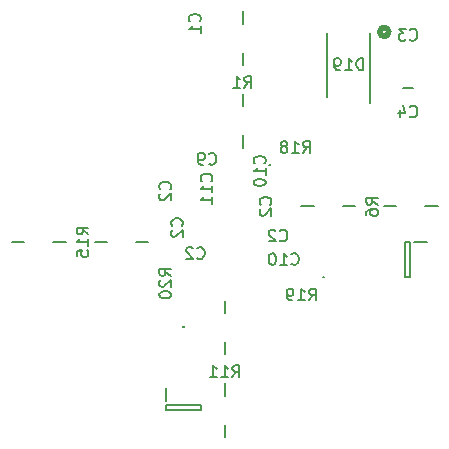
<source format=gbr>
%TF.GenerationSoftware,KiCad,Pcbnew,9.0.6*%
%TF.CreationDate,2025-12-07T19:20:43-08:00*%
%TF.ProjectId,redstone,72656473-746f-46e6-952e-6b696361645f,rev?*%
%TF.SameCoordinates,Original*%
%TF.FileFunction,Legend,Bot*%
%TF.FilePolarity,Positive*%
%FSLAX46Y46*%
G04 Gerber Fmt 4.6, Leading zero omitted, Abs format (unit mm)*
G04 Created by KiCad (PCBNEW 9.0.6) date 2025-12-07 19:20:43*
%MOMM*%
%LPD*%
G01*
G04 APERTURE LIST*
%ADD10C,0.150000*%
%ADD11C,0.508000*%
%ADD12C,0.200000*%
G04 APERTURE END LIST*
D10*
X123454819Y-55857142D02*
X122978628Y-55523809D01*
X123454819Y-55285714D02*
X122454819Y-55285714D01*
X122454819Y-55285714D02*
X122454819Y-55666666D01*
X122454819Y-55666666D02*
X122502438Y-55761904D01*
X122502438Y-55761904D02*
X122550057Y-55809523D01*
X122550057Y-55809523D02*
X122645295Y-55857142D01*
X122645295Y-55857142D02*
X122788152Y-55857142D01*
X122788152Y-55857142D02*
X122883390Y-55809523D01*
X122883390Y-55809523D02*
X122931009Y-55761904D01*
X122931009Y-55761904D02*
X122978628Y-55666666D01*
X122978628Y-55666666D02*
X122978628Y-55285714D01*
X123454819Y-56809523D02*
X123454819Y-56238095D01*
X123454819Y-56523809D02*
X122454819Y-56523809D01*
X122454819Y-56523809D02*
X122597676Y-56428571D01*
X122597676Y-56428571D02*
X122692914Y-56333333D01*
X122692914Y-56333333D02*
X122740533Y-56238095D01*
X122454819Y-57714285D02*
X122454819Y-57238095D01*
X122454819Y-57238095D02*
X122931009Y-57190476D01*
X122931009Y-57190476D02*
X122883390Y-57238095D01*
X122883390Y-57238095D02*
X122835771Y-57333333D01*
X122835771Y-57333333D02*
X122835771Y-57571428D01*
X122835771Y-57571428D02*
X122883390Y-57666666D01*
X122883390Y-57666666D02*
X122931009Y-57714285D01*
X122931009Y-57714285D02*
X123026247Y-57761904D01*
X123026247Y-57761904D02*
X123264342Y-57761904D01*
X123264342Y-57761904D02*
X123359580Y-57714285D01*
X123359580Y-57714285D02*
X123407200Y-57666666D01*
X123407200Y-57666666D02*
X123454819Y-57571428D01*
X123454819Y-57571428D02*
X123454819Y-57333333D01*
X123454819Y-57333333D02*
X123407200Y-57238095D01*
X123407200Y-57238095D02*
X123359580Y-57190476D01*
X135642857Y-67954819D02*
X135976190Y-67478628D01*
X136214285Y-67954819D02*
X136214285Y-66954819D01*
X136214285Y-66954819D02*
X135833333Y-66954819D01*
X135833333Y-66954819D02*
X135738095Y-67002438D01*
X135738095Y-67002438D02*
X135690476Y-67050057D01*
X135690476Y-67050057D02*
X135642857Y-67145295D01*
X135642857Y-67145295D02*
X135642857Y-67288152D01*
X135642857Y-67288152D02*
X135690476Y-67383390D01*
X135690476Y-67383390D02*
X135738095Y-67431009D01*
X135738095Y-67431009D02*
X135833333Y-67478628D01*
X135833333Y-67478628D02*
X136214285Y-67478628D01*
X134690476Y-67954819D02*
X135261904Y-67954819D01*
X134976190Y-67954819D02*
X134976190Y-66954819D01*
X134976190Y-66954819D02*
X135071428Y-67097676D01*
X135071428Y-67097676D02*
X135166666Y-67192914D01*
X135166666Y-67192914D02*
X135261904Y-67240533D01*
X133738095Y-67954819D02*
X134309523Y-67954819D01*
X134023809Y-67954819D02*
X134023809Y-66954819D01*
X134023809Y-66954819D02*
X134119047Y-67097676D01*
X134119047Y-67097676D02*
X134214285Y-67192914D01*
X134214285Y-67192914D02*
X134309523Y-67240533D01*
X130359580Y-52033333D02*
X130407200Y-51985714D01*
X130407200Y-51985714D02*
X130454819Y-51842857D01*
X130454819Y-51842857D02*
X130454819Y-51747619D01*
X130454819Y-51747619D02*
X130407200Y-51604762D01*
X130407200Y-51604762D02*
X130311961Y-51509524D01*
X130311961Y-51509524D02*
X130216723Y-51461905D01*
X130216723Y-51461905D02*
X130026247Y-51414286D01*
X130026247Y-51414286D02*
X129883390Y-51414286D01*
X129883390Y-51414286D02*
X129692914Y-51461905D01*
X129692914Y-51461905D02*
X129597676Y-51509524D01*
X129597676Y-51509524D02*
X129502438Y-51604762D01*
X129502438Y-51604762D02*
X129454819Y-51747619D01*
X129454819Y-51747619D02*
X129454819Y-51842857D01*
X129454819Y-51842857D02*
X129502438Y-51985714D01*
X129502438Y-51985714D02*
X129550057Y-52033333D01*
X129550057Y-52414286D02*
X129502438Y-52461905D01*
X129502438Y-52461905D02*
X129454819Y-52557143D01*
X129454819Y-52557143D02*
X129454819Y-52795238D01*
X129454819Y-52795238D02*
X129502438Y-52890476D01*
X129502438Y-52890476D02*
X129550057Y-52938095D01*
X129550057Y-52938095D02*
X129645295Y-52985714D01*
X129645295Y-52985714D02*
X129740533Y-52985714D01*
X129740533Y-52985714D02*
X129883390Y-52938095D01*
X129883390Y-52938095D02*
X130454819Y-52366667D01*
X130454819Y-52366667D02*
X130454819Y-52985714D01*
X138859580Y-53333333D02*
X138907200Y-53285714D01*
X138907200Y-53285714D02*
X138954819Y-53142857D01*
X138954819Y-53142857D02*
X138954819Y-53047619D01*
X138954819Y-53047619D02*
X138907200Y-52904762D01*
X138907200Y-52904762D02*
X138811961Y-52809524D01*
X138811961Y-52809524D02*
X138716723Y-52761905D01*
X138716723Y-52761905D02*
X138526247Y-52714286D01*
X138526247Y-52714286D02*
X138383390Y-52714286D01*
X138383390Y-52714286D02*
X138192914Y-52761905D01*
X138192914Y-52761905D02*
X138097676Y-52809524D01*
X138097676Y-52809524D02*
X138002438Y-52904762D01*
X138002438Y-52904762D02*
X137954819Y-53047619D01*
X137954819Y-53047619D02*
X137954819Y-53142857D01*
X137954819Y-53142857D02*
X138002438Y-53285714D01*
X138002438Y-53285714D02*
X138050057Y-53333333D01*
X138050057Y-53714286D02*
X138002438Y-53761905D01*
X138002438Y-53761905D02*
X137954819Y-53857143D01*
X137954819Y-53857143D02*
X137954819Y-54095238D01*
X137954819Y-54095238D02*
X138002438Y-54190476D01*
X138002438Y-54190476D02*
X138050057Y-54238095D01*
X138050057Y-54238095D02*
X138145295Y-54285714D01*
X138145295Y-54285714D02*
X138240533Y-54285714D01*
X138240533Y-54285714D02*
X138383390Y-54238095D01*
X138383390Y-54238095D02*
X138954819Y-53666667D01*
X138954819Y-53666667D02*
X138954819Y-54285714D01*
X132859580Y-37833333D02*
X132907200Y-37785714D01*
X132907200Y-37785714D02*
X132954819Y-37642857D01*
X132954819Y-37642857D02*
X132954819Y-37547619D01*
X132954819Y-37547619D02*
X132907200Y-37404762D01*
X132907200Y-37404762D02*
X132811961Y-37309524D01*
X132811961Y-37309524D02*
X132716723Y-37261905D01*
X132716723Y-37261905D02*
X132526247Y-37214286D01*
X132526247Y-37214286D02*
X132383390Y-37214286D01*
X132383390Y-37214286D02*
X132192914Y-37261905D01*
X132192914Y-37261905D02*
X132097676Y-37309524D01*
X132097676Y-37309524D02*
X132002438Y-37404762D01*
X132002438Y-37404762D02*
X131954819Y-37547619D01*
X131954819Y-37547619D02*
X131954819Y-37642857D01*
X131954819Y-37642857D02*
X132002438Y-37785714D01*
X132002438Y-37785714D02*
X132050057Y-37833333D01*
X132954819Y-38785714D02*
X132954819Y-38214286D01*
X132954819Y-38500000D02*
X131954819Y-38500000D01*
X131954819Y-38500000D02*
X132097676Y-38404762D01*
X132097676Y-38404762D02*
X132192914Y-38309524D01*
X132192914Y-38309524D02*
X132240533Y-38214286D01*
X132666666Y-57859580D02*
X132714285Y-57907200D01*
X132714285Y-57907200D02*
X132857142Y-57954819D01*
X132857142Y-57954819D02*
X132952380Y-57954819D01*
X132952380Y-57954819D02*
X133095237Y-57907200D01*
X133095237Y-57907200D02*
X133190475Y-57811961D01*
X133190475Y-57811961D02*
X133238094Y-57716723D01*
X133238094Y-57716723D02*
X133285713Y-57526247D01*
X133285713Y-57526247D02*
X133285713Y-57383390D01*
X133285713Y-57383390D02*
X133238094Y-57192914D01*
X133238094Y-57192914D02*
X133190475Y-57097676D01*
X133190475Y-57097676D02*
X133095237Y-57002438D01*
X133095237Y-57002438D02*
X132952380Y-56954819D01*
X132952380Y-56954819D02*
X132857142Y-56954819D01*
X132857142Y-56954819D02*
X132714285Y-57002438D01*
X132714285Y-57002438D02*
X132666666Y-57050057D01*
X132285713Y-57050057D02*
X132238094Y-57002438D01*
X132238094Y-57002438D02*
X132142856Y-56954819D01*
X132142856Y-56954819D02*
X131904761Y-56954819D01*
X131904761Y-56954819D02*
X131809523Y-57002438D01*
X131809523Y-57002438D02*
X131761904Y-57050057D01*
X131761904Y-57050057D02*
X131714285Y-57145295D01*
X131714285Y-57145295D02*
X131714285Y-57240533D01*
X131714285Y-57240533D02*
X131761904Y-57383390D01*
X131761904Y-57383390D02*
X132333332Y-57954819D01*
X132333332Y-57954819D02*
X131714285Y-57954819D01*
X133666666Y-49859580D02*
X133714285Y-49907200D01*
X133714285Y-49907200D02*
X133857142Y-49954819D01*
X133857142Y-49954819D02*
X133952380Y-49954819D01*
X133952380Y-49954819D02*
X134095237Y-49907200D01*
X134095237Y-49907200D02*
X134190475Y-49811961D01*
X134190475Y-49811961D02*
X134238094Y-49716723D01*
X134238094Y-49716723D02*
X134285713Y-49526247D01*
X134285713Y-49526247D02*
X134285713Y-49383390D01*
X134285713Y-49383390D02*
X134238094Y-49192914D01*
X134238094Y-49192914D02*
X134190475Y-49097676D01*
X134190475Y-49097676D02*
X134095237Y-49002438D01*
X134095237Y-49002438D02*
X133952380Y-48954819D01*
X133952380Y-48954819D02*
X133857142Y-48954819D01*
X133857142Y-48954819D02*
X133714285Y-49002438D01*
X133714285Y-49002438D02*
X133666666Y-49050057D01*
X133190475Y-49954819D02*
X132999999Y-49954819D01*
X132999999Y-49954819D02*
X132904761Y-49907200D01*
X132904761Y-49907200D02*
X132857142Y-49859580D01*
X132857142Y-49859580D02*
X132761904Y-49716723D01*
X132761904Y-49716723D02*
X132714285Y-49526247D01*
X132714285Y-49526247D02*
X132714285Y-49145295D01*
X132714285Y-49145295D02*
X132761904Y-49050057D01*
X132761904Y-49050057D02*
X132809523Y-49002438D01*
X132809523Y-49002438D02*
X132904761Y-48954819D01*
X132904761Y-48954819D02*
X133095237Y-48954819D01*
X133095237Y-48954819D02*
X133190475Y-49002438D01*
X133190475Y-49002438D02*
X133238094Y-49050057D01*
X133238094Y-49050057D02*
X133285713Y-49145295D01*
X133285713Y-49145295D02*
X133285713Y-49383390D01*
X133285713Y-49383390D02*
X133238094Y-49478628D01*
X133238094Y-49478628D02*
X133190475Y-49526247D01*
X133190475Y-49526247D02*
X133095237Y-49573866D01*
X133095237Y-49573866D02*
X132904761Y-49573866D01*
X132904761Y-49573866D02*
X132809523Y-49526247D01*
X132809523Y-49526247D02*
X132761904Y-49478628D01*
X132761904Y-49478628D02*
X132714285Y-49383390D01*
X147954819Y-53333333D02*
X147478628Y-53000000D01*
X147954819Y-52761905D02*
X146954819Y-52761905D01*
X146954819Y-52761905D02*
X146954819Y-53142857D01*
X146954819Y-53142857D02*
X147002438Y-53238095D01*
X147002438Y-53238095D02*
X147050057Y-53285714D01*
X147050057Y-53285714D02*
X147145295Y-53333333D01*
X147145295Y-53333333D02*
X147288152Y-53333333D01*
X147288152Y-53333333D02*
X147383390Y-53285714D01*
X147383390Y-53285714D02*
X147431009Y-53238095D01*
X147431009Y-53238095D02*
X147478628Y-53142857D01*
X147478628Y-53142857D02*
X147478628Y-52761905D01*
X146954819Y-54190476D02*
X146954819Y-54000000D01*
X146954819Y-54000000D02*
X147002438Y-53904762D01*
X147002438Y-53904762D02*
X147050057Y-53857143D01*
X147050057Y-53857143D02*
X147192914Y-53761905D01*
X147192914Y-53761905D02*
X147383390Y-53714286D01*
X147383390Y-53714286D02*
X147764342Y-53714286D01*
X147764342Y-53714286D02*
X147859580Y-53761905D01*
X147859580Y-53761905D02*
X147907200Y-53809524D01*
X147907200Y-53809524D02*
X147954819Y-53904762D01*
X147954819Y-53904762D02*
X147954819Y-54095238D01*
X147954819Y-54095238D02*
X147907200Y-54190476D01*
X147907200Y-54190476D02*
X147859580Y-54238095D01*
X147859580Y-54238095D02*
X147764342Y-54285714D01*
X147764342Y-54285714D02*
X147526247Y-54285714D01*
X147526247Y-54285714D02*
X147431009Y-54238095D01*
X147431009Y-54238095D02*
X147383390Y-54190476D01*
X147383390Y-54190476D02*
X147335771Y-54095238D01*
X147335771Y-54095238D02*
X147335771Y-53904762D01*
X147335771Y-53904762D02*
X147383390Y-53809524D01*
X147383390Y-53809524D02*
X147431009Y-53761905D01*
X147431009Y-53761905D02*
X147526247Y-53714286D01*
X136666666Y-43454819D02*
X136999999Y-42978628D01*
X137238094Y-43454819D02*
X137238094Y-42454819D01*
X137238094Y-42454819D02*
X136857142Y-42454819D01*
X136857142Y-42454819D02*
X136761904Y-42502438D01*
X136761904Y-42502438D02*
X136714285Y-42550057D01*
X136714285Y-42550057D02*
X136666666Y-42645295D01*
X136666666Y-42645295D02*
X136666666Y-42788152D01*
X136666666Y-42788152D02*
X136714285Y-42883390D01*
X136714285Y-42883390D02*
X136761904Y-42931009D01*
X136761904Y-42931009D02*
X136857142Y-42978628D01*
X136857142Y-42978628D02*
X137238094Y-42978628D01*
X135714285Y-43454819D02*
X136285713Y-43454819D01*
X135999999Y-43454819D02*
X135999999Y-42454819D01*
X135999999Y-42454819D02*
X136095237Y-42597676D01*
X136095237Y-42597676D02*
X136190475Y-42692914D01*
X136190475Y-42692914D02*
X136285713Y-42740533D01*
X150666666Y-39359580D02*
X150714285Y-39407200D01*
X150714285Y-39407200D02*
X150857142Y-39454819D01*
X150857142Y-39454819D02*
X150952380Y-39454819D01*
X150952380Y-39454819D02*
X151095237Y-39407200D01*
X151095237Y-39407200D02*
X151190475Y-39311961D01*
X151190475Y-39311961D02*
X151238094Y-39216723D01*
X151238094Y-39216723D02*
X151285713Y-39026247D01*
X151285713Y-39026247D02*
X151285713Y-38883390D01*
X151285713Y-38883390D02*
X151238094Y-38692914D01*
X151238094Y-38692914D02*
X151190475Y-38597676D01*
X151190475Y-38597676D02*
X151095237Y-38502438D01*
X151095237Y-38502438D02*
X150952380Y-38454819D01*
X150952380Y-38454819D02*
X150857142Y-38454819D01*
X150857142Y-38454819D02*
X150714285Y-38502438D01*
X150714285Y-38502438D02*
X150666666Y-38550057D01*
X150333332Y-38454819D02*
X149714285Y-38454819D01*
X149714285Y-38454819D02*
X150047618Y-38835771D01*
X150047618Y-38835771D02*
X149904761Y-38835771D01*
X149904761Y-38835771D02*
X149809523Y-38883390D01*
X149809523Y-38883390D02*
X149761904Y-38931009D01*
X149761904Y-38931009D02*
X149714285Y-39026247D01*
X149714285Y-39026247D02*
X149714285Y-39264342D01*
X149714285Y-39264342D02*
X149761904Y-39359580D01*
X149761904Y-39359580D02*
X149809523Y-39407200D01*
X149809523Y-39407200D02*
X149904761Y-39454819D01*
X149904761Y-39454819D02*
X150190475Y-39454819D01*
X150190475Y-39454819D02*
X150285713Y-39407200D01*
X150285713Y-39407200D02*
X150333332Y-39359580D01*
X146714285Y-41954819D02*
X146714285Y-40954819D01*
X146714285Y-40954819D02*
X146476190Y-40954819D01*
X146476190Y-40954819D02*
X146333333Y-41002438D01*
X146333333Y-41002438D02*
X146238095Y-41097676D01*
X146238095Y-41097676D02*
X146190476Y-41192914D01*
X146190476Y-41192914D02*
X146142857Y-41383390D01*
X146142857Y-41383390D02*
X146142857Y-41526247D01*
X146142857Y-41526247D02*
X146190476Y-41716723D01*
X146190476Y-41716723D02*
X146238095Y-41811961D01*
X146238095Y-41811961D02*
X146333333Y-41907200D01*
X146333333Y-41907200D02*
X146476190Y-41954819D01*
X146476190Y-41954819D02*
X146714285Y-41954819D01*
X145190476Y-41954819D02*
X145761904Y-41954819D01*
X145476190Y-41954819D02*
X145476190Y-40954819D01*
X145476190Y-40954819D02*
X145571428Y-41097676D01*
X145571428Y-41097676D02*
X145666666Y-41192914D01*
X145666666Y-41192914D02*
X145761904Y-41240533D01*
X144714285Y-41954819D02*
X144523809Y-41954819D01*
X144523809Y-41954819D02*
X144428571Y-41907200D01*
X144428571Y-41907200D02*
X144380952Y-41859580D01*
X144380952Y-41859580D02*
X144285714Y-41716723D01*
X144285714Y-41716723D02*
X144238095Y-41526247D01*
X144238095Y-41526247D02*
X144238095Y-41145295D01*
X144238095Y-41145295D02*
X144285714Y-41050057D01*
X144285714Y-41050057D02*
X144333333Y-41002438D01*
X144333333Y-41002438D02*
X144428571Y-40954819D01*
X144428571Y-40954819D02*
X144619047Y-40954819D01*
X144619047Y-40954819D02*
X144714285Y-41002438D01*
X144714285Y-41002438D02*
X144761904Y-41050057D01*
X144761904Y-41050057D02*
X144809523Y-41145295D01*
X144809523Y-41145295D02*
X144809523Y-41383390D01*
X144809523Y-41383390D02*
X144761904Y-41478628D01*
X144761904Y-41478628D02*
X144714285Y-41526247D01*
X144714285Y-41526247D02*
X144619047Y-41573866D01*
X144619047Y-41573866D02*
X144428571Y-41573866D01*
X144428571Y-41573866D02*
X144333333Y-41526247D01*
X144333333Y-41526247D02*
X144285714Y-41478628D01*
X144285714Y-41478628D02*
X144238095Y-41383390D01*
X131359580Y-55133333D02*
X131407200Y-55085714D01*
X131407200Y-55085714D02*
X131454819Y-54942857D01*
X131454819Y-54942857D02*
X131454819Y-54847619D01*
X131454819Y-54847619D02*
X131407200Y-54704762D01*
X131407200Y-54704762D02*
X131311961Y-54609524D01*
X131311961Y-54609524D02*
X131216723Y-54561905D01*
X131216723Y-54561905D02*
X131026247Y-54514286D01*
X131026247Y-54514286D02*
X130883390Y-54514286D01*
X130883390Y-54514286D02*
X130692914Y-54561905D01*
X130692914Y-54561905D02*
X130597676Y-54609524D01*
X130597676Y-54609524D02*
X130502438Y-54704762D01*
X130502438Y-54704762D02*
X130454819Y-54847619D01*
X130454819Y-54847619D02*
X130454819Y-54942857D01*
X130454819Y-54942857D02*
X130502438Y-55085714D01*
X130502438Y-55085714D02*
X130550057Y-55133333D01*
X130550057Y-55514286D02*
X130502438Y-55561905D01*
X130502438Y-55561905D02*
X130454819Y-55657143D01*
X130454819Y-55657143D02*
X130454819Y-55895238D01*
X130454819Y-55895238D02*
X130502438Y-55990476D01*
X130502438Y-55990476D02*
X130550057Y-56038095D01*
X130550057Y-56038095D02*
X130645295Y-56085714D01*
X130645295Y-56085714D02*
X130740533Y-56085714D01*
X130740533Y-56085714D02*
X130883390Y-56038095D01*
X130883390Y-56038095D02*
X131454819Y-55466667D01*
X131454819Y-55466667D02*
X131454819Y-56085714D01*
X138359580Y-49857142D02*
X138407200Y-49809523D01*
X138407200Y-49809523D02*
X138454819Y-49666666D01*
X138454819Y-49666666D02*
X138454819Y-49571428D01*
X138454819Y-49571428D02*
X138407200Y-49428571D01*
X138407200Y-49428571D02*
X138311961Y-49333333D01*
X138311961Y-49333333D02*
X138216723Y-49285714D01*
X138216723Y-49285714D02*
X138026247Y-49238095D01*
X138026247Y-49238095D02*
X137883390Y-49238095D01*
X137883390Y-49238095D02*
X137692914Y-49285714D01*
X137692914Y-49285714D02*
X137597676Y-49333333D01*
X137597676Y-49333333D02*
X137502438Y-49428571D01*
X137502438Y-49428571D02*
X137454819Y-49571428D01*
X137454819Y-49571428D02*
X137454819Y-49666666D01*
X137454819Y-49666666D02*
X137502438Y-49809523D01*
X137502438Y-49809523D02*
X137550057Y-49857142D01*
X138454819Y-50809523D02*
X138454819Y-50238095D01*
X138454819Y-50523809D02*
X137454819Y-50523809D01*
X137454819Y-50523809D02*
X137597676Y-50428571D01*
X137597676Y-50428571D02*
X137692914Y-50333333D01*
X137692914Y-50333333D02*
X137740533Y-50238095D01*
X137454819Y-51428571D02*
X137454819Y-51523809D01*
X137454819Y-51523809D02*
X137502438Y-51619047D01*
X137502438Y-51619047D02*
X137550057Y-51666666D01*
X137550057Y-51666666D02*
X137645295Y-51714285D01*
X137645295Y-51714285D02*
X137835771Y-51761904D01*
X137835771Y-51761904D02*
X138073866Y-51761904D01*
X138073866Y-51761904D02*
X138264342Y-51714285D01*
X138264342Y-51714285D02*
X138359580Y-51666666D01*
X138359580Y-51666666D02*
X138407200Y-51619047D01*
X138407200Y-51619047D02*
X138454819Y-51523809D01*
X138454819Y-51523809D02*
X138454819Y-51428571D01*
X138454819Y-51428571D02*
X138407200Y-51333333D01*
X138407200Y-51333333D02*
X138359580Y-51285714D01*
X138359580Y-51285714D02*
X138264342Y-51238095D01*
X138264342Y-51238095D02*
X138073866Y-51190476D01*
X138073866Y-51190476D02*
X137835771Y-51190476D01*
X137835771Y-51190476D02*
X137645295Y-51238095D01*
X137645295Y-51238095D02*
X137550057Y-51285714D01*
X137550057Y-51285714D02*
X137502438Y-51333333D01*
X137502438Y-51333333D02*
X137454819Y-51428571D01*
X141642857Y-48954819D02*
X141976190Y-48478628D01*
X142214285Y-48954819D02*
X142214285Y-47954819D01*
X142214285Y-47954819D02*
X141833333Y-47954819D01*
X141833333Y-47954819D02*
X141738095Y-48002438D01*
X141738095Y-48002438D02*
X141690476Y-48050057D01*
X141690476Y-48050057D02*
X141642857Y-48145295D01*
X141642857Y-48145295D02*
X141642857Y-48288152D01*
X141642857Y-48288152D02*
X141690476Y-48383390D01*
X141690476Y-48383390D02*
X141738095Y-48431009D01*
X141738095Y-48431009D02*
X141833333Y-48478628D01*
X141833333Y-48478628D02*
X142214285Y-48478628D01*
X140690476Y-48954819D02*
X141261904Y-48954819D01*
X140976190Y-48954819D02*
X140976190Y-47954819D01*
X140976190Y-47954819D02*
X141071428Y-48097676D01*
X141071428Y-48097676D02*
X141166666Y-48192914D01*
X141166666Y-48192914D02*
X141261904Y-48240533D01*
X140119047Y-48383390D02*
X140214285Y-48335771D01*
X140214285Y-48335771D02*
X140261904Y-48288152D01*
X140261904Y-48288152D02*
X140309523Y-48192914D01*
X140309523Y-48192914D02*
X140309523Y-48145295D01*
X140309523Y-48145295D02*
X140261904Y-48050057D01*
X140261904Y-48050057D02*
X140214285Y-48002438D01*
X140214285Y-48002438D02*
X140119047Y-47954819D01*
X140119047Y-47954819D02*
X139928571Y-47954819D01*
X139928571Y-47954819D02*
X139833333Y-48002438D01*
X139833333Y-48002438D02*
X139785714Y-48050057D01*
X139785714Y-48050057D02*
X139738095Y-48145295D01*
X139738095Y-48145295D02*
X139738095Y-48192914D01*
X139738095Y-48192914D02*
X139785714Y-48288152D01*
X139785714Y-48288152D02*
X139833333Y-48335771D01*
X139833333Y-48335771D02*
X139928571Y-48383390D01*
X139928571Y-48383390D02*
X140119047Y-48383390D01*
X140119047Y-48383390D02*
X140214285Y-48431009D01*
X140214285Y-48431009D02*
X140261904Y-48478628D01*
X140261904Y-48478628D02*
X140309523Y-48573866D01*
X140309523Y-48573866D02*
X140309523Y-48764342D01*
X140309523Y-48764342D02*
X140261904Y-48859580D01*
X140261904Y-48859580D02*
X140214285Y-48907200D01*
X140214285Y-48907200D02*
X140119047Y-48954819D01*
X140119047Y-48954819D02*
X139928571Y-48954819D01*
X139928571Y-48954819D02*
X139833333Y-48907200D01*
X139833333Y-48907200D02*
X139785714Y-48859580D01*
X139785714Y-48859580D02*
X139738095Y-48764342D01*
X139738095Y-48764342D02*
X139738095Y-48573866D01*
X139738095Y-48573866D02*
X139785714Y-48478628D01*
X139785714Y-48478628D02*
X139833333Y-48431009D01*
X139833333Y-48431009D02*
X139928571Y-48383390D01*
X142142857Y-61454819D02*
X142476190Y-60978628D01*
X142714285Y-61454819D02*
X142714285Y-60454819D01*
X142714285Y-60454819D02*
X142333333Y-60454819D01*
X142333333Y-60454819D02*
X142238095Y-60502438D01*
X142238095Y-60502438D02*
X142190476Y-60550057D01*
X142190476Y-60550057D02*
X142142857Y-60645295D01*
X142142857Y-60645295D02*
X142142857Y-60788152D01*
X142142857Y-60788152D02*
X142190476Y-60883390D01*
X142190476Y-60883390D02*
X142238095Y-60931009D01*
X142238095Y-60931009D02*
X142333333Y-60978628D01*
X142333333Y-60978628D02*
X142714285Y-60978628D01*
X141190476Y-61454819D02*
X141761904Y-61454819D01*
X141476190Y-61454819D02*
X141476190Y-60454819D01*
X141476190Y-60454819D02*
X141571428Y-60597676D01*
X141571428Y-60597676D02*
X141666666Y-60692914D01*
X141666666Y-60692914D02*
X141761904Y-60740533D01*
X140714285Y-61454819D02*
X140523809Y-61454819D01*
X140523809Y-61454819D02*
X140428571Y-61407200D01*
X140428571Y-61407200D02*
X140380952Y-61359580D01*
X140380952Y-61359580D02*
X140285714Y-61216723D01*
X140285714Y-61216723D02*
X140238095Y-61026247D01*
X140238095Y-61026247D02*
X140238095Y-60645295D01*
X140238095Y-60645295D02*
X140285714Y-60550057D01*
X140285714Y-60550057D02*
X140333333Y-60502438D01*
X140333333Y-60502438D02*
X140428571Y-60454819D01*
X140428571Y-60454819D02*
X140619047Y-60454819D01*
X140619047Y-60454819D02*
X140714285Y-60502438D01*
X140714285Y-60502438D02*
X140761904Y-60550057D01*
X140761904Y-60550057D02*
X140809523Y-60645295D01*
X140809523Y-60645295D02*
X140809523Y-60883390D01*
X140809523Y-60883390D02*
X140761904Y-60978628D01*
X140761904Y-60978628D02*
X140714285Y-61026247D01*
X140714285Y-61026247D02*
X140619047Y-61073866D01*
X140619047Y-61073866D02*
X140428571Y-61073866D01*
X140428571Y-61073866D02*
X140333333Y-61026247D01*
X140333333Y-61026247D02*
X140285714Y-60978628D01*
X140285714Y-60978628D02*
X140238095Y-60883390D01*
X140642857Y-58359580D02*
X140690476Y-58407200D01*
X140690476Y-58407200D02*
X140833333Y-58454819D01*
X140833333Y-58454819D02*
X140928571Y-58454819D01*
X140928571Y-58454819D02*
X141071428Y-58407200D01*
X141071428Y-58407200D02*
X141166666Y-58311961D01*
X141166666Y-58311961D02*
X141214285Y-58216723D01*
X141214285Y-58216723D02*
X141261904Y-58026247D01*
X141261904Y-58026247D02*
X141261904Y-57883390D01*
X141261904Y-57883390D02*
X141214285Y-57692914D01*
X141214285Y-57692914D02*
X141166666Y-57597676D01*
X141166666Y-57597676D02*
X141071428Y-57502438D01*
X141071428Y-57502438D02*
X140928571Y-57454819D01*
X140928571Y-57454819D02*
X140833333Y-57454819D01*
X140833333Y-57454819D02*
X140690476Y-57502438D01*
X140690476Y-57502438D02*
X140642857Y-57550057D01*
X139690476Y-58454819D02*
X140261904Y-58454819D01*
X139976190Y-58454819D02*
X139976190Y-57454819D01*
X139976190Y-57454819D02*
X140071428Y-57597676D01*
X140071428Y-57597676D02*
X140166666Y-57692914D01*
X140166666Y-57692914D02*
X140261904Y-57740533D01*
X139071428Y-57454819D02*
X138976190Y-57454819D01*
X138976190Y-57454819D02*
X138880952Y-57502438D01*
X138880952Y-57502438D02*
X138833333Y-57550057D01*
X138833333Y-57550057D02*
X138785714Y-57645295D01*
X138785714Y-57645295D02*
X138738095Y-57835771D01*
X138738095Y-57835771D02*
X138738095Y-58073866D01*
X138738095Y-58073866D02*
X138785714Y-58264342D01*
X138785714Y-58264342D02*
X138833333Y-58359580D01*
X138833333Y-58359580D02*
X138880952Y-58407200D01*
X138880952Y-58407200D02*
X138976190Y-58454819D01*
X138976190Y-58454819D02*
X139071428Y-58454819D01*
X139071428Y-58454819D02*
X139166666Y-58407200D01*
X139166666Y-58407200D02*
X139214285Y-58359580D01*
X139214285Y-58359580D02*
X139261904Y-58264342D01*
X139261904Y-58264342D02*
X139309523Y-58073866D01*
X139309523Y-58073866D02*
X139309523Y-57835771D01*
X139309523Y-57835771D02*
X139261904Y-57645295D01*
X139261904Y-57645295D02*
X139214285Y-57550057D01*
X139214285Y-57550057D02*
X139166666Y-57502438D01*
X139166666Y-57502438D02*
X139071428Y-57454819D01*
X139666666Y-56359580D02*
X139714285Y-56407200D01*
X139714285Y-56407200D02*
X139857142Y-56454819D01*
X139857142Y-56454819D02*
X139952380Y-56454819D01*
X139952380Y-56454819D02*
X140095237Y-56407200D01*
X140095237Y-56407200D02*
X140190475Y-56311961D01*
X140190475Y-56311961D02*
X140238094Y-56216723D01*
X140238094Y-56216723D02*
X140285713Y-56026247D01*
X140285713Y-56026247D02*
X140285713Y-55883390D01*
X140285713Y-55883390D02*
X140238094Y-55692914D01*
X140238094Y-55692914D02*
X140190475Y-55597676D01*
X140190475Y-55597676D02*
X140095237Y-55502438D01*
X140095237Y-55502438D02*
X139952380Y-55454819D01*
X139952380Y-55454819D02*
X139857142Y-55454819D01*
X139857142Y-55454819D02*
X139714285Y-55502438D01*
X139714285Y-55502438D02*
X139666666Y-55550057D01*
X139285713Y-55550057D02*
X139238094Y-55502438D01*
X139238094Y-55502438D02*
X139142856Y-55454819D01*
X139142856Y-55454819D02*
X138904761Y-55454819D01*
X138904761Y-55454819D02*
X138809523Y-55502438D01*
X138809523Y-55502438D02*
X138761904Y-55550057D01*
X138761904Y-55550057D02*
X138714285Y-55645295D01*
X138714285Y-55645295D02*
X138714285Y-55740533D01*
X138714285Y-55740533D02*
X138761904Y-55883390D01*
X138761904Y-55883390D02*
X139333332Y-56454819D01*
X139333332Y-56454819D02*
X138714285Y-56454819D01*
X130454819Y-59357142D02*
X129978628Y-59023809D01*
X130454819Y-58785714D02*
X129454819Y-58785714D01*
X129454819Y-58785714D02*
X129454819Y-59166666D01*
X129454819Y-59166666D02*
X129502438Y-59261904D01*
X129502438Y-59261904D02*
X129550057Y-59309523D01*
X129550057Y-59309523D02*
X129645295Y-59357142D01*
X129645295Y-59357142D02*
X129788152Y-59357142D01*
X129788152Y-59357142D02*
X129883390Y-59309523D01*
X129883390Y-59309523D02*
X129931009Y-59261904D01*
X129931009Y-59261904D02*
X129978628Y-59166666D01*
X129978628Y-59166666D02*
X129978628Y-58785714D01*
X129550057Y-59738095D02*
X129502438Y-59785714D01*
X129502438Y-59785714D02*
X129454819Y-59880952D01*
X129454819Y-59880952D02*
X129454819Y-60119047D01*
X129454819Y-60119047D02*
X129502438Y-60214285D01*
X129502438Y-60214285D02*
X129550057Y-60261904D01*
X129550057Y-60261904D02*
X129645295Y-60309523D01*
X129645295Y-60309523D02*
X129740533Y-60309523D01*
X129740533Y-60309523D02*
X129883390Y-60261904D01*
X129883390Y-60261904D02*
X130454819Y-59690476D01*
X130454819Y-59690476D02*
X130454819Y-60309523D01*
X129454819Y-60928571D02*
X129454819Y-61023809D01*
X129454819Y-61023809D02*
X129502438Y-61119047D01*
X129502438Y-61119047D02*
X129550057Y-61166666D01*
X129550057Y-61166666D02*
X129645295Y-61214285D01*
X129645295Y-61214285D02*
X129835771Y-61261904D01*
X129835771Y-61261904D02*
X130073866Y-61261904D01*
X130073866Y-61261904D02*
X130264342Y-61214285D01*
X130264342Y-61214285D02*
X130359580Y-61166666D01*
X130359580Y-61166666D02*
X130407200Y-61119047D01*
X130407200Y-61119047D02*
X130454819Y-61023809D01*
X130454819Y-61023809D02*
X130454819Y-60928571D01*
X130454819Y-60928571D02*
X130407200Y-60833333D01*
X130407200Y-60833333D02*
X130359580Y-60785714D01*
X130359580Y-60785714D02*
X130264342Y-60738095D01*
X130264342Y-60738095D02*
X130073866Y-60690476D01*
X130073866Y-60690476D02*
X129835771Y-60690476D01*
X129835771Y-60690476D02*
X129645295Y-60738095D01*
X129645295Y-60738095D02*
X129550057Y-60785714D01*
X129550057Y-60785714D02*
X129502438Y-60833333D01*
X129502438Y-60833333D02*
X129454819Y-60928571D01*
X150666666Y-45859580D02*
X150714285Y-45907200D01*
X150714285Y-45907200D02*
X150857142Y-45954819D01*
X150857142Y-45954819D02*
X150952380Y-45954819D01*
X150952380Y-45954819D02*
X151095237Y-45907200D01*
X151095237Y-45907200D02*
X151190475Y-45811961D01*
X151190475Y-45811961D02*
X151238094Y-45716723D01*
X151238094Y-45716723D02*
X151285713Y-45526247D01*
X151285713Y-45526247D02*
X151285713Y-45383390D01*
X151285713Y-45383390D02*
X151238094Y-45192914D01*
X151238094Y-45192914D02*
X151190475Y-45097676D01*
X151190475Y-45097676D02*
X151095237Y-45002438D01*
X151095237Y-45002438D02*
X150952380Y-44954819D01*
X150952380Y-44954819D02*
X150857142Y-44954819D01*
X150857142Y-44954819D02*
X150714285Y-45002438D01*
X150714285Y-45002438D02*
X150666666Y-45050057D01*
X149809523Y-45288152D02*
X149809523Y-45954819D01*
X150047618Y-44907200D02*
X150285713Y-45621485D01*
X150285713Y-45621485D02*
X149666666Y-45621485D01*
X133859580Y-51357142D02*
X133907200Y-51309523D01*
X133907200Y-51309523D02*
X133954819Y-51166666D01*
X133954819Y-51166666D02*
X133954819Y-51071428D01*
X133954819Y-51071428D02*
X133907200Y-50928571D01*
X133907200Y-50928571D02*
X133811961Y-50833333D01*
X133811961Y-50833333D02*
X133716723Y-50785714D01*
X133716723Y-50785714D02*
X133526247Y-50738095D01*
X133526247Y-50738095D02*
X133383390Y-50738095D01*
X133383390Y-50738095D02*
X133192914Y-50785714D01*
X133192914Y-50785714D02*
X133097676Y-50833333D01*
X133097676Y-50833333D02*
X133002438Y-50928571D01*
X133002438Y-50928571D02*
X132954819Y-51071428D01*
X132954819Y-51071428D02*
X132954819Y-51166666D01*
X132954819Y-51166666D02*
X133002438Y-51309523D01*
X133002438Y-51309523D02*
X133050057Y-51357142D01*
X133954819Y-52309523D02*
X133954819Y-51738095D01*
X133954819Y-52023809D02*
X132954819Y-52023809D01*
X132954819Y-52023809D02*
X133097676Y-51928571D01*
X133097676Y-51928571D02*
X133192914Y-51833333D01*
X133192914Y-51833333D02*
X133240533Y-51738095D01*
X133954819Y-53261904D02*
X133954819Y-52690476D01*
X133954819Y-52976190D02*
X132954819Y-52976190D01*
X132954819Y-52976190D02*
X133097676Y-52880952D01*
X133097676Y-52880952D02*
X133192914Y-52785714D01*
X133192914Y-52785714D02*
X133240533Y-52690476D01*
D11*
%TO.C,U2*%
X148881000Y-38720100D02*
G75*
G02*
X148119000Y-38720100I-381000J0D01*
G01*
X148119000Y-38720100D02*
G75*
G02*
X148881000Y-38720100I381000J0D01*
G01*
D12*
%TO.C,R15*%
X125025000Y-56500000D02*
X123975000Y-56500000D01*
%TO.C,R11*%
X135000000Y-64975000D02*
X135000000Y-66025000D01*
%TO.C,R7*%
X144975000Y-53500000D02*
X146025000Y-53500000D01*
%TO.C,R10*%
X135000000Y-68475000D02*
X135000000Y-69525000D01*
%TO.C,R9*%
X135000000Y-71975000D02*
X135000000Y-73025000D01*
%TO.C,R6*%
X148475000Y-53500000D02*
X149525000Y-53500000D01*
%TO.C,R1*%
X136500000Y-36975000D02*
X136500000Y-38025000D01*
%TO.C,D19*%
X143690000Y-44200000D02*
X143690000Y-38800000D01*
X147310000Y-38800000D02*
X147310000Y-44775000D01*
%TO.C,D18*%
X150300000Y-56525000D02*
X150300000Y-59475000D01*
X150300000Y-59475000D02*
X150700000Y-59475000D01*
X150700000Y-56525000D02*
X150300000Y-56525000D01*
X150700000Y-59475000D02*
X150700000Y-56525000D01*
X152150000Y-56500000D02*
X151050000Y-56500000D01*
%TO.C,R16*%
X128525000Y-56500000D02*
X127475000Y-56500000D01*
%TO.C,R8*%
X141475000Y-53500000D02*
X142525000Y-53500000D01*
%TO.C,R18*%
X138850000Y-50000000D02*
G75*
G02*
X138750000Y-50000000I-50000J0D01*
G01*
X138750000Y-50000000D02*
G75*
G02*
X138850000Y-50000000I50000J0D01*
G01*
%TO.C,R13*%
X118025000Y-56500000D02*
X116975000Y-56500000D01*
%TO.C,R5*%
X151975000Y-53500000D02*
X153025000Y-53500000D01*
%TO.C,R2*%
X136500000Y-40475000D02*
X136500000Y-41525000D01*
%TO.C,R19*%
X143400000Y-59500000D02*
G75*
G02*
X143300000Y-59500000I-50000J0D01*
G01*
X143300000Y-59500000D02*
G75*
G02*
X143400000Y-59500000I50000J0D01*
G01*
%TO.C,R20*%
X131550000Y-63700000D02*
G75*
G02*
X131450000Y-63700000I-50000J0D01*
G01*
X131450000Y-63700000D02*
G75*
G02*
X131550000Y-63700000I50000J0D01*
G01*
%TO.C,R4*%
X136500000Y-47475000D02*
X136500000Y-48525000D01*
%TO.C,R14*%
X121525000Y-56500000D02*
X120475000Y-56500000D01*
%TO.C,D20*%
X130000000Y-68850000D02*
X130000000Y-69950000D01*
X130025000Y-70300000D02*
X130025000Y-70700000D01*
X130025000Y-70700000D02*
X132975000Y-70700000D01*
X132975000Y-70300000D02*
X130025000Y-70300000D01*
X132975000Y-70700000D02*
X132975000Y-70300000D01*
%TO.C,C4*%
X150100000Y-43500000D02*
X150900000Y-43500000D01*
%TO.C,R3*%
X136500000Y-43975000D02*
X136500000Y-45025000D01*
%TO.C,R12*%
X135000000Y-61475000D02*
X135000000Y-62525000D01*
%TD*%
M02*

</source>
